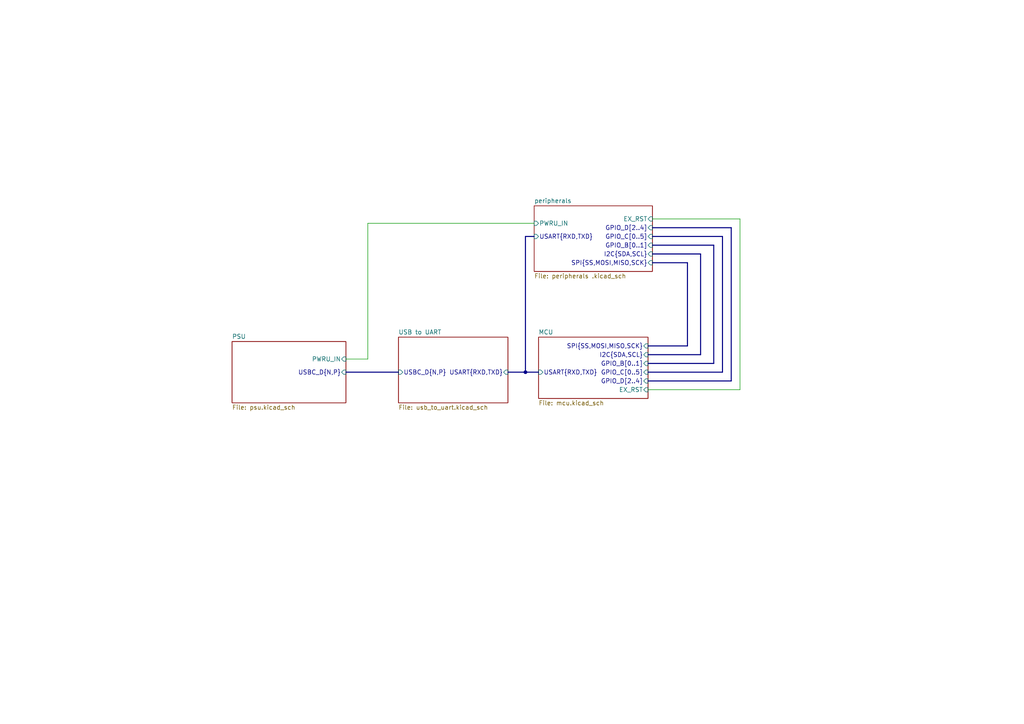
<source format=kicad_sch>
(kicad_sch
	(version 20231120)
	(generator "eeschema")
	(generator_version "8.0")
	(uuid "60247820-f278-479a-ae3c-87454015adb6")
	(paper "A4")
	(lib_symbols)
	(junction
		(at 152.4 107.95)
		(diameter 0)
		(color 0 0 0 0)
		(uuid "484c7af6-0aba-4126-8318-5a6cd33bbefe")
	)
	(wire
		(pts
			(xy 214.63 113.03) (xy 187.96 113.03)
		)
		(stroke
			(width 0)
			(type default)
		)
		(uuid "008e154b-8160-4863-b82d-1fdf73c6a270")
	)
	(bus
		(pts
			(xy 189.23 66.04) (xy 212.09 66.04)
		)
		(stroke
			(width 0)
			(type default)
		)
		(uuid "0463b426-42e3-43c3-960b-5f5fe1558aaf")
	)
	(bus
		(pts
			(xy 212.09 110.49) (xy 187.96 110.49)
		)
		(stroke
			(width 0)
			(type default)
		)
		(uuid "050d02c3-555e-427c-9a83-d7e90203e9de")
	)
	(bus
		(pts
			(xy 207.01 105.41) (xy 187.96 105.41)
		)
		(stroke
			(width 0)
			(type default)
		)
		(uuid "08fcabd3-7ebd-4f5e-9c5d-b8f888f7af3d")
	)
	(wire
		(pts
			(xy 189.23 63.5) (xy 214.63 63.5)
		)
		(stroke
			(width 0)
			(type default)
		)
		(uuid "0962a1ce-b124-4f42-9d1a-ff07961dfb4b")
	)
	(bus
		(pts
			(xy 203.2 102.87) (xy 187.96 102.87)
		)
		(stroke
			(width 0)
			(type default)
		)
		(uuid "17f32a4c-3f5c-4af5-90c3-50cab73053cd")
	)
	(bus
		(pts
			(xy 189.23 73.66) (xy 203.2 73.66)
		)
		(stroke
			(width 0)
			(type default)
		)
		(uuid "2644f48a-c6ee-488c-a49e-d56407424c3a")
	)
	(bus
		(pts
			(xy 152.4 107.95) (xy 156.21 107.95)
		)
		(stroke
			(width 0)
			(type default)
		)
		(uuid "34a1103c-d51b-442c-890a-9f8120cc37fe")
	)
	(bus
		(pts
			(xy 199.39 76.2) (xy 199.39 100.33)
		)
		(stroke
			(width 0)
			(type default)
		)
		(uuid "434e76f5-c1b3-4bb6-910a-2d3a305ca194")
	)
	(bus
		(pts
			(xy 152.4 68.58) (xy 154.94 68.58)
		)
		(stroke
			(width 0)
			(type default)
		)
		(uuid "58cf888c-b428-467a-8ec6-821a050ef79c")
	)
	(bus
		(pts
			(xy 152.4 107.95) (xy 152.4 68.58)
		)
		(stroke
			(width 0)
			(type default)
		)
		(uuid "7ca16584-0615-4c4f-886e-3bdcaedefd9a")
	)
	(bus
		(pts
			(xy 209.55 107.95) (xy 187.96 107.95)
		)
		(stroke
			(width 0)
			(type default)
		)
		(uuid "82272e96-38c6-449b-a353-44a9efd40f3a")
	)
	(bus
		(pts
			(xy 189.23 68.58) (xy 209.55 68.58)
		)
		(stroke
			(width 0)
			(type default)
		)
		(uuid "8a64fefa-5f34-4877-b464-28ca00c4181e")
	)
	(bus
		(pts
			(xy 199.39 100.33) (xy 187.96 100.33)
		)
		(stroke
			(width 0)
			(type default)
		)
		(uuid "8c060109-7fa9-4c6a-8028-4298785e42ec")
	)
	(bus
		(pts
			(xy 100.33 107.95) (xy 115.57 107.95)
		)
		(stroke
			(width 0)
			(type default)
		)
		(uuid "9b7d5ee4-b72e-4180-affa-d34a2e687829")
	)
	(bus
		(pts
			(xy 147.32 107.95) (xy 152.4 107.95)
		)
		(stroke
			(width 0)
			(type default)
		)
		(uuid "a128498a-7649-425d-ae38-29baf41f7ad9")
	)
	(bus
		(pts
			(xy 207.01 71.12) (xy 207.01 105.41)
		)
		(stroke
			(width 0)
			(type default)
		)
		(uuid "acd0a599-38d8-4032-ae17-4572d21a13a3")
	)
	(bus
		(pts
			(xy 189.23 71.12) (xy 207.01 71.12)
		)
		(stroke
			(width 0)
			(type default)
		)
		(uuid "ae6b4baa-7ab4-4ef6-910d-aeecaac59c69")
	)
	(bus
		(pts
			(xy 209.55 68.58) (xy 209.55 107.95)
		)
		(stroke
			(width 0)
			(type default)
		)
		(uuid "b6c13d5e-89f0-4c08-aabe-dd6ca1a6246b")
	)
	(wire
		(pts
			(xy 106.68 64.77) (xy 154.94 64.77)
		)
		(stroke
			(width 0)
			(type default)
		)
		(uuid "b75b7ff9-edcd-469b-a598-b235cbdd6581")
	)
	(bus
		(pts
			(xy 189.23 76.2) (xy 199.39 76.2)
		)
		(stroke
			(width 0)
			(type default)
		)
		(uuid "bd792dfc-bfa9-4e09-b400-ec5900231966")
	)
	(wire
		(pts
			(xy 214.63 63.5) (xy 214.63 113.03)
		)
		(stroke
			(width 0)
			(type default)
		)
		(uuid "c5b42854-de56-4662-9db4-be2a7e187d14")
	)
	(bus
		(pts
			(xy 212.09 66.04) (xy 212.09 110.49)
		)
		(stroke
			(width 0)
			(type default)
		)
		(uuid "d620e111-af50-4610-9350-9d4ec07d76c8")
	)
	(bus
		(pts
			(xy 203.2 73.66) (xy 203.2 102.87)
		)
		(stroke
			(width 0)
			(type default)
		)
		(uuid "e40ed8ff-9061-45f6-9a17-456fbf32661f")
	)
	(wire
		(pts
			(xy 100.33 104.14) (xy 106.68 104.14)
		)
		(stroke
			(width 0)
			(type default)
		)
		(uuid "f86df047-e1b7-4954-979f-c22f363bd857")
	)
	(wire
		(pts
			(xy 106.68 104.14) (xy 106.68 64.77)
		)
		(stroke
			(width 0)
			(type default)
		)
		(uuid "fe3c1d8f-2b16-4213-b6fa-9fcb272b0d23")
	)
	(sheet
		(at 154.94 59.69)
		(size 34.29 19.05)
		(fields_autoplaced yes)
		(stroke
			(width 0.1524)
			(type solid)
		)
		(fill
			(color 0 0 0 0.0000)
		)
		(uuid "5027bfe3-bb6b-4ca6-8ebc-c06cc1ebd0ca")
		(property "Sheetname" "peripherals "
			(at 154.94 58.9784 0)
			(effects
				(font
					(size 1.27 1.27)
				)
				(justify left bottom)
			)
		)
		(property "Sheetfile" "peripherals .kicad_sch"
			(at 154.94 79.3246 0)
			(effects
				(font
					(size 1.27 1.27)
				)
				(justify left top)
			)
		)
		(pin "GPIO_C[0..5]" input
			(at 189.23 68.58 0)
			(effects
				(font
					(size 1.27 1.27)
				)
				(justify right)
			)
			(uuid "26624249-dc6d-4326-bb84-ac9f0aba7ea6")
		)
		(pin "GPIO_D[2..4]" input
			(at 189.23 66.04 0)
			(effects
				(font
					(size 1.27 1.27)
				)
				(justify right)
			)
			(uuid "b4a459d6-9549-4951-878a-2337a07bd090")
		)
		(pin "SPI{SS,MOSI,MISO,SCK}" input
			(at 189.23 76.2 0)
			(effects
				(font
					(size 1.27 1.27)
				)
				(justify right)
			)
			(uuid "13359fd5-7fc1-4dad-99f8-f0bd17668c99")
		)
		(pin "I2C{SDA,SCL}" input
			(at 189.23 73.66 0)
			(effects
				(font
					(size 1.27 1.27)
				)
				(justify right)
			)
			(uuid "41819520-e7a0-4b7d-abb8-44791d920245")
		)
		(pin "GPIO_B[0..1]" input
			(at 189.23 71.12 0)
			(effects
				(font
					(size 1.27 1.27)
				)
				(justify right)
			)
			(uuid "a6c945a4-fd00-43d3-9f65-a8408cdf31ac")
		)
		(pin "PWRU_IN" input
			(at 154.94 64.77 180)
			(effects
				(font
					(size 1.27 1.27)
				)
				(justify left)
			)
			(uuid "a942e9d4-a4d3-41ca-83af-cd9ed4515071")
		)
		(pin "EX_RST" input
			(at 189.23 63.5 0)
			(effects
				(font
					(size 1.27 1.27)
				)
				(justify right)
			)
			(uuid "94814692-9216-4123-8386-52971232ecea")
		)
		(pin "USART{RXD,TXD}" input
			(at 154.94 68.58 180)
			(effects
				(font
					(size 1.27 1.27)
				)
				(justify left)
			)
			(uuid "e17eefae-64aa-44fd-a13b-8facce2849e8")
		)
		(instances
			(project "SoCET Project"
				(path "/60247820-f278-479a-ae3c-87454015adb6"
					(page "5")
				)
			)
		)
	)
	(sheet
		(at 115.57 97.79)
		(size 31.75 19.05)
		(fields_autoplaced yes)
		(stroke
			(width 0.1524)
			(type solid)
		)
		(fill
			(color 0 0 0 0.0000)
		)
		(uuid "55656f7f-496a-4f03-b4bc-2d2687bc0831")
		(property "Sheetname" "USB to UART"
			(at 115.57 97.0784 0)
			(effects
				(font
					(size 1.27 1.27)
				)
				(justify left bottom)
			)
		)
		(property "Sheetfile" "usb_to_uart.kicad_sch"
			(at 115.57 117.4246 0)
			(effects
				(font
					(size 1.27 1.27)
				)
				(justify left top)
			)
		)
		(pin "USART{RXD,TXD}" input
			(at 147.32 107.95 0)
			(effects
				(font
					(size 1.27 1.27)
				)
				(justify right)
			)
			(uuid "3e1b7ce5-8095-48f7-84c9-17cf3278fbbf")
		)
		(pin "USBC_D{N,P}" input
			(at 115.57 107.95 180)
			(effects
				(font
					(size 1.27 1.27)
				)
				(justify left)
			)
			(uuid "9285dede-71e6-4851-9876-dd969091f88c")
		)
		(instances
			(project "SoCET Project"
				(path "/60247820-f278-479a-ae3c-87454015adb6"
					(page "4")
				)
			)
		)
	)
	(sheet
		(at 156.21 97.79)
		(size 31.75 17.78)
		(fields_autoplaced yes)
		(stroke
			(width 0.1524)
			(type solid)
		)
		(fill
			(color 0 0 0 0.0000)
		)
		(uuid "90395553-f044-4ee9-997f-2a4a651399a4")
		(property "Sheetname" "MCU"
			(at 156.21 97.0784 0)
			(effects
				(font
					(size 1.27 1.27)
				)
				(justify left bottom)
			)
		)
		(property "Sheetfile" "mcu.kicad_sch"
			(at 156.21 116.1546 0)
			(effects
				(font
					(size 1.27 1.27)
				)
				(justify left top)
			)
		)
		(pin "GPIO_C[0..5]" input
			(at 187.96 107.95 0)
			(effects
				(font
					(size 1.27 1.27)
				)
				(justify right)
			)
			(uuid "e3263d38-2f5f-4d34-ad4a-68b85b19c11a")
		)
		(pin "GPIO_B[0..1]" input
			(at 187.96 105.41 0)
			(effects
				(font
					(size 1.27 1.27)
				)
				(justify right)
			)
			(uuid "72fd1be8-f708-4f1e-bb3d-a0615e80844b")
		)
		(pin "EX_RST" input
			(at 187.96 113.03 0)
			(effects
				(font
					(size 1.27 1.27)
				)
				(justify right)
			)
			(uuid "d1241619-e5e4-4345-95bb-ee9b8b2c9f15")
		)
		(pin "I2C{SDA,SCL}" input
			(at 187.96 102.87 0)
			(effects
				(font
					(size 1.27 1.27)
				)
				(justify right)
			)
			(uuid "0564bad7-5296-4be1-a40a-310c998ccf56")
		)
		(pin "SPI{SS,MOSI,MISO,SCK}" input
			(at 187.96 100.33 0)
			(effects
				(font
					(size 1.27 1.27)
				)
				(justify right)
			)
			(uuid "dad20583-7e08-4ab3-b38e-d44a66bd49c0")
		)
		(pin "USART{RXD,TXD}" input
			(at 156.21 107.95 180)
			(effects
				(font
					(size 1.27 1.27)
				)
				(justify left)
			)
			(uuid "4165792d-94d5-4c69-951f-fb0a46d4cab3")
		)
		(pin "GPIO_D[2..4]" input
			(at 187.96 110.49 0)
			(effects
				(font
					(size 1.27 1.27)
				)
				(justify right)
			)
			(uuid "4621f4d2-1f9c-40dd-aefe-bc266a451055")
		)
		(instances
			(project "SoCET Project"
				(path "/60247820-f278-479a-ae3c-87454015adb6"
					(page "2")
				)
			)
		)
	)
	(sheet
		(at 67.31 99.06)
		(size 33.02 17.78)
		(fields_autoplaced yes)
		(stroke
			(width 0.1524)
			(type solid)
		)
		(fill
			(color 0 0 0 0.0000)
		)
		(uuid "ee7e67da-caea-43d8-b420-1295da3c12eb")
		(property "Sheetname" "PSU"
			(at 67.31 98.3484 0)
			(effects
				(font
					(size 1.27 1.27)
				)
				(justify left bottom)
			)
		)
		(property "Sheetfile" "psu.kicad_sch"
			(at 67.31 117.4246 0)
			(effects
				(font
					(size 1.27 1.27)
				)
				(justify left top)
			)
		)
		(pin "USBC_D{N,P}" input
			(at 100.33 107.95 0)
			(effects
				(font
					(size 1.27 1.27)
				)
				(justify right)
			)
			(uuid "73e4a7dd-d64e-40c2-bc11-8fee6cf58697")
		)
		(pin "PWRU_IN" input
			(at 100.33 104.14 0)
			(effects
				(font
					(size 1.27 1.27)
				)
				(justify right)
			)
			(uuid "a0e081f5-396a-4913-a502-e062ef38c5a4")
		)
		(instances
			(project "SoCET Project"
				(path "/60247820-f278-479a-ae3c-87454015adb6"
					(page "3")
				)
			)
		)
	)
	(sheet_instances
		(path "/"
			(page "1")
		)
	)
)

</source>
